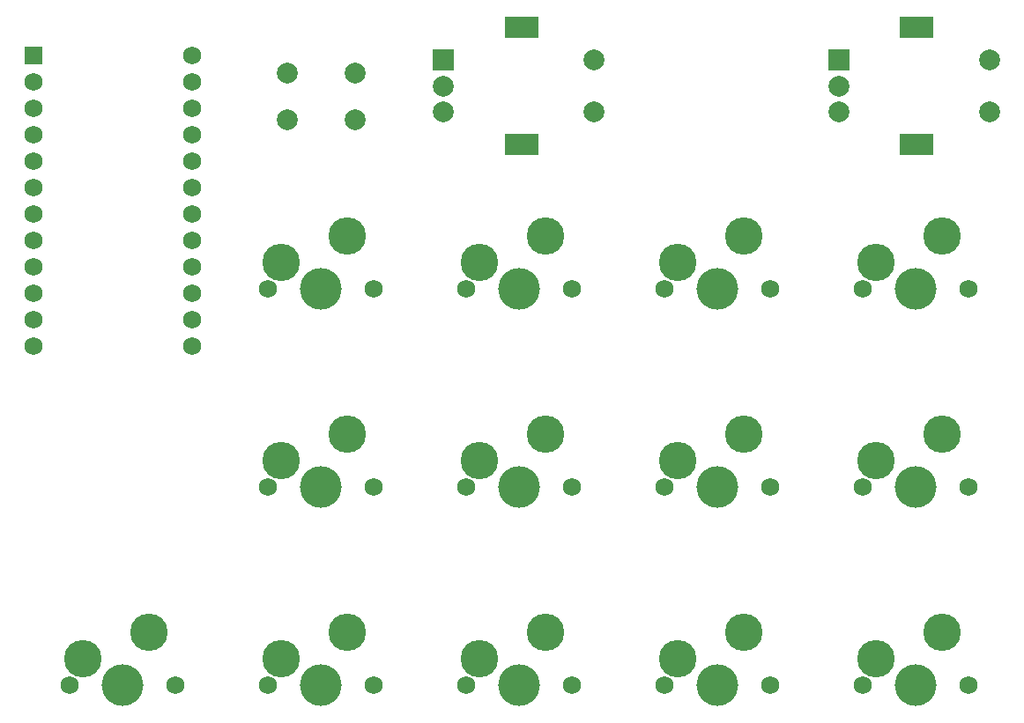
<source format=gbr>
%TF.GenerationSoftware,KiCad,Pcbnew,7.0.9*%
%TF.CreationDate,2024-04-10T10:39:18-07:00*%
%TF.ProjectId,macrov2.2.001,6d616372-6f76-4322-9e32-2e3030312e6b,2.2.001*%
%TF.SameCoordinates,Original*%
%TF.FileFunction,Soldermask,Top*%
%TF.FilePolarity,Negative*%
%FSLAX46Y46*%
G04 Gerber Fmt 4.6, Leading zero omitted, Abs format (unit mm)*
G04 Created by KiCad (PCBNEW 7.0.9) date 2024-04-10 10:39:18*
%MOMM*%
%LPD*%
G01*
G04 APERTURE LIST*
%ADD10C,2.000000*%
%ADD11C,1.750000*%
%ADD12C,4.000000*%
%ADD13C,3.600000*%
%ADD14R,2.000000X2.000000*%
%ADD15R,3.200000X2.000000*%
%ADD16R,1.752600X1.752600*%
%ADD17C,1.752600*%
G04 APERTURE END LIST*
D10*
%TO.C,SW1*%
X79750000Y-32750000D03*
X86250000Y-32750000D03*
X79750000Y-37250000D03*
X86250000Y-37250000D03*
%TD*%
D11*
%TO.C,S7*%
X116020000Y-72550000D03*
D12*
X121100000Y-72550000D03*
D11*
X126180000Y-72550000D03*
D13*
X117290000Y-70010000D03*
X123640000Y-67470000D03*
%TD*%
D11*
%TO.C,S5*%
X77920000Y-72550000D03*
D12*
X83000000Y-72550000D03*
D11*
X88080000Y-72550000D03*
D13*
X79190000Y-70010000D03*
X85540000Y-67470000D03*
%TD*%
D14*
%TO.C,SW3*%
X132750000Y-31500000D03*
D10*
X132750000Y-36500000D03*
X132750000Y-34000000D03*
D15*
X140250000Y-28400000D03*
X140250000Y-39600000D03*
D10*
X147250000Y-36500000D03*
X147250000Y-31500000D03*
%TD*%
D11*
%TO.C,S1*%
X77920000Y-53500000D03*
D12*
X83000000Y-53500000D03*
D11*
X88080000Y-53500000D03*
D13*
X79190000Y-50960000D03*
X85540000Y-48420000D03*
%TD*%
D11*
%TO.C,S10*%
X96970000Y-91600000D03*
D12*
X102050000Y-91600000D03*
D11*
X107130000Y-91600000D03*
D13*
X98240000Y-89060000D03*
X104590000Y-86520000D03*
%TD*%
D11*
%TO.C,S4*%
X135070000Y-53500000D03*
D12*
X140150000Y-53500000D03*
D11*
X145230000Y-53500000D03*
D13*
X136340000Y-50960000D03*
X142690000Y-48420000D03*
%TD*%
D11*
%TO.C,ModeButton1*%
X58878000Y-91600000D03*
D12*
X63958000Y-91600000D03*
D11*
X69038000Y-91600000D03*
D13*
X60148000Y-89060000D03*
X66498000Y-86520000D03*
%TD*%
D14*
%TO.C,SW2*%
X94750000Y-31500000D03*
D10*
X94750000Y-36500000D03*
X94750000Y-34000000D03*
D15*
X102250000Y-28400000D03*
X102250000Y-39600000D03*
D10*
X109250000Y-36500000D03*
X109250000Y-31500000D03*
%TD*%
D11*
%TO.C,S11*%
X116020000Y-91600000D03*
D12*
X121100000Y-91600000D03*
D11*
X126180000Y-91600000D03*
D13*
X117290000Y-89060000D03*
X123640000Y-86520000D03*
%TD*%
D11*
%TO.C,S6*%
X96970000Y-72550000D03*
D12*
X102050000Y-72550000D03*
D11*
X107130000Y-72550000D03*
D13*
X98240000Y-70010000D03*
X104590000Y-67470000D03*
%TD*%
D11*
%TO.C,S2*%
X96970000Y-53500000D03*
D12*
X102050000Y-53500000D03*
D11*
X107130000Y-53500000D03*
D13*
X98240000Y-50960000D03*
X104590000Y-48420000D03*
%TD*%
D16*
%TO.C,U2*%
X55380000Y-31065000D03*
D17*
X55380000Y-33605000D03*
X55380000Y-36145000D03*
X55380000Y-38685000D03*
X55380000Y-41225000D03*
X55380000Y-43765000D03*
X55380000Y-46305000D03*
X55380000Y-48845000D03*
X55380000Y-51385000D03*
X55380000Y-53925000D03*
X55380000Y-56465000D03*
X55380000Y-59005000D03*
X70620000Y-59005000D03*
X70620000Y-56465000D03*
X70620000Y-53925000D03*
X70620000Y-51385000D03*
X70620000Y-48845000D03*
X70620000Y-46305000D03*
X70620000Y-43765000D03*
X70620000Y-41225000D03*
X70620000Y-38685000D03*
X70620000Y-36145000D03*
X70620000Y-33605000D03*
X70620000Y-31065000D03*
%TD*%
D11*
%TO.C,S9*%
X77920000Y-91600000D03*
D12*
X83000000Y-91600000D03*
D11*
X88080000Y-91600000D03*
D13*
X79190000Y-89060000D03*
X85540000Y-86520000D03*
%TD*%
D11*
%TO.C,S8*%
X135070000Y-72550000D03*
D12*
X140150000Y-72550000D03*
D11*
X145230000Y-72550000D03*
D13*
X136340000Y-70010000D03*
X142690000Y-67470000D03*
%TD*%
D11*
%TO.C,S12*%
X135070000Y-91600000D03*
D12*
X140150000Y-91600000D03*
D11*
X145230000Y-91600000D03*
D13*
X136340000Y-89060000D03*
X142690000Y-86520000D03*
%TD*%
D11*
%TO.C,S3*%
X116020000Y-53500000D03*
D12*
X121100000Y-53500000D03*
D11*
X126180000Y-53500000D03*
D13*
X117290000Y-50960000D03*
X123640000Y-48420000D03*
%TD*%
M02*

</source>
